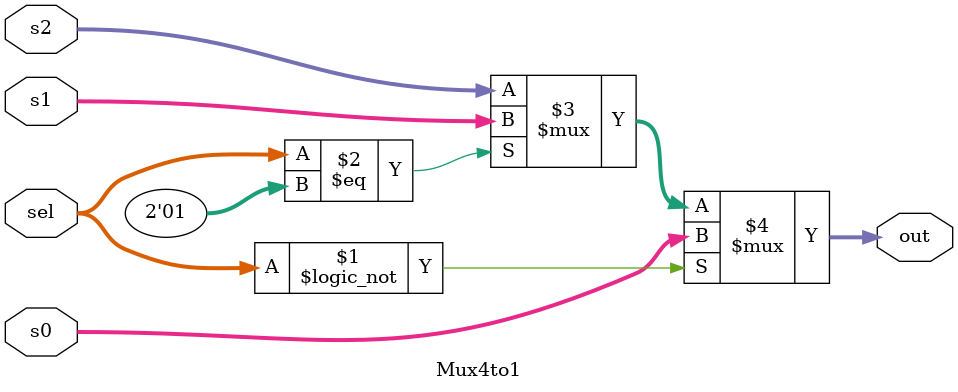
<source format=v>
module Mux4to1 #(
    parameter size = 32
) 
(
    input [1:0] sel,
    input signed [size-1:0] s0,
    input signed [size-1:0] s1,
    input signed [size-1:0] s2,
    output signed [size-1:0] out
);
    
    assign out = (sel == 2'b00) ? s0 : ((sel == 2'b01) ? s1 : s2);
    
    /*if (sel == 2'b00)
        assign out = s0;
    else if (sel == 2'b01)
        assign out = s1;
    else
        assign out = s2;*/
    
endmodule


</source>
